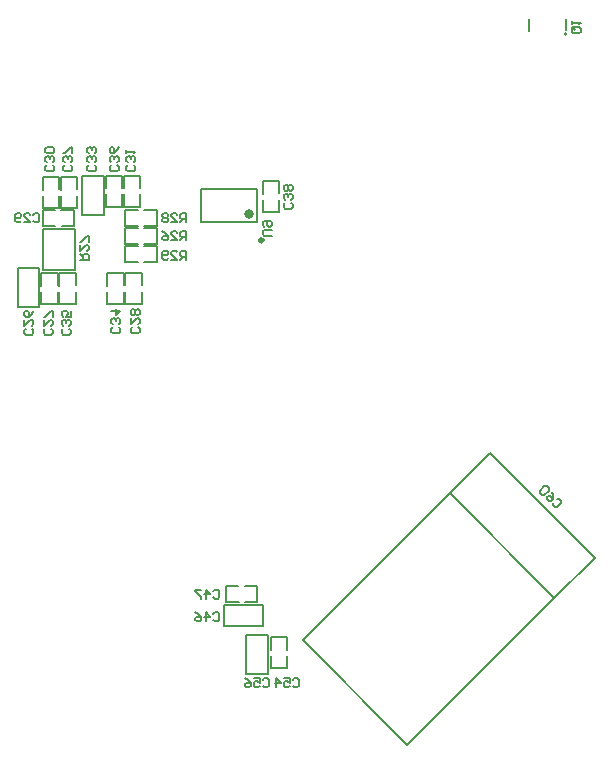
<source format=gbo>
G04*
G04 #@! TF.GenerationSoftware,Altium Limited,Altium Designer,21.1.1 (26)*
G04*
G04 Layer_Color=32896*
%FSLAX25Y25*%
%MOIN*%
G70*
G04*
G04 #@! TF.SameCoordinates,03695714-3163-4FEE-998C-4D1AEBC88490*
G04*
G04*
G04 #@! TF.FilePolarity,Positive*
G04*
G01*
G75*
%ADD10C,0.00787*%
%ADD12C,0.01575*%
%ADD13C,0.01181*%
%ADD15C,0.00591*%
%ADD17C,0.00600*%
%ADD18C,0.00800*%
%ADD19C,0.00500*%
D10*
X66359Y108793D02*
G03*
X66359Y108793I-394J0D01*
G01*
X66067Y113762D02*
X66067Y110293D01*
X53862Y109923D02*
X53863Y113762D01*
X-21577Y-93278D02*
X27419Y-44282D01*
X40782Y-30919D01*
X-21577Y-93278D02*
X13222Y-128077D01*
X40782Y-30919D02*
X75581Y-65718D01*
X62218Y-79081D02*
X75581Y-65718D01*
X13222Y-128077D02*
X62218Y-79081D01*
X27419Y-44282D02*
X62218Y-79081D01*
D12*
X-38822Y48812D02*
G03*
X-38822Y48812I-787J0D01*
G01*
D13*
X-34885Y40052D02*
G03*
X-34885Y40052I-591J0D01*
G01*
D15*
X-80807Y44720D02*
X-76617Y44720D01*
X-80807Y44720D02*
X-80807Y50120D01*
X-76707Y50120D01*
X-74596Y50120D02*
X-70407Y50120D01*
X-70407Y44720D02*
X-70407Y50120D01*
X-74507Y44720D02*
X-70407Y44720D01*
X-80807Y44120D02*
X-76707Y44120D01*
X-80807Y38720D02*
X-80807Y44120D01*
X-80807Y38720D02*
X-76617Y38720D01*
X-74507Y38720D02*
X-70407Y38720D01*
X-70407Y44120D02*
X-70407Y38720D01*
X-74596Y44120D02*
X-70407Y44120D01*
X-74507Y32720D02*
X-70407Y32720D01*
X-70407Y38120D01*
X-74596Y38120D02*
X-70407Y38120D01*
X-80807D02*
X-76707Y38120D01*
X-80807Y32720D02*
X-80807Y38120D01*
X-80807Y32720D02*
X-76617Y32720D01*
X-80807Y29168D02*
X-80807Y24978D01*
X-80807Y29168D02*
X-75407Y29168D01*
X-75407Y25068D02*
X-75407Y29168D01*
X-75407Y22957D02*
X-75407Y18767D01*
X-80807Y18768D02*
X-75407Y18767D01*
X-80807Y18768D02*
X-80807Y22867D01*
X-86807Y18720D02*
X-86807Y22820D01*
X-86807Y18720D02*
X-81407Y18720D01*
X-81407Y22910D02*
X-81407Y18720D01*
X-81407Y25020D02*
X-81407Y29120D01*
X-86807Y29120D02*
X-81407Y29120D01*
X-86807Y24930D02*
X-86807Y29120D01*
X-108807Y18720D02*
X-108807Y22820D01*
X-108807Y18720D02*
X-103407Y18720D01*
X-103407Y22910D02*
X-103407Y18720D01*
X-103407Y25020D02*
X-103407Y29120D01*
X-108807Y29120D02*
X-103407Y29120D01*
X-108807Y29120D02*
X-108807Y24930D01*
X-102807Y24930D02*
Y29120D01*
X-97407D01*
X-97407Y25020D01*
X-97407Y22910D02*
X-97407Y18720D01*
X-102807Y18720D02*
X-97407Y18720D01*
X-102807Y22820D02*
X-102807Y18720D01*
X-108400Y30200D02*
X-97500D01*
X-97500Y43800D01*
X-108400Y43800D02*
X-108400Y30200D01*
X-108400Y43800D02*
X-97500Y43800D01*
X-108307Y50120D02*
X-104207Y50120D01*
X-108307Y44720D02*
X-108307Y50120D01*
X-108307Y44720D02*
X-104117D01*
X-102007Y44720D02*
X-97907Y44720D01*
X-97907Y50120D02*
X-97907Y44720D01*
X-102096Y50120D02*
X-97907Y50120D01*
X-102907Y50720D02*
X-102907Y54910D01*
X-108307Y50720D02*
X-102907Y50720D01*
X-108307Y50720D02*
Y54820D01*
X-108307Y61120D02*
X-108307Y56931D01*
X-108307Y61120D02*
X-102907Y61120D01*
X-102907Y57020D01*
X-96907Y50720D02*
X-96907Y54910D01*
X-102307Y50720D02*
X-96907Y50720D01*
X-102307Y50720D02*
X-102307Y54820D01*
X-102307Y61120D02*
X-102307Y56931D01*
X-102307Y61120D02*
X-96907Y61120D01*
X-96907Y57020D02*
X-96907Y61120D01*
X-81907Y57520D02*
Y61620D01*
X-87307Y61620D02*
X-81907Y61620D01*
X-87307Y57430D02*
Y61620D01*
Y55320D02*
X-87307Y51220D01*
X-81907Y51220D01*
X-81907Y55410D02*
X-81907Y51220D01*
X-75907Y57520D02*
Y61620D01*
X-81307Y61620D02*
X-75907Y61620D01*
X-81307Y61620D02*
X-81307Y57431D01*
X-81307Y51220D02*
X-81307Y55320D01*
X-81307Y51220D02*
X-75907Y51220D01*
Y55410D01*
X-47200Y-80700D02*
Y-75300D01*
Y-80700D02*
X-43010Y-80700D01*
X-47200Y-75300D02*
X-43100Y-75300D01*
X-40900Y-80700D02*
X-36800D01*
X-36800Y-75300D01*
X-40990Y-75300D02*
X-36800Y-75300D01*
X-32200Y-92300D02*
X-32200Y-96490D01*
X-32200Y-92300D02*
X-26800D01*
X-26800Y-96400D02*
X-26800Y-92300D01*
X-26800Y-98510D02*
X-26800Y-102700D01*
X-32200Y-102700D02*
X-26800Y-102700D01*
X-32200Y-102700D02*
Y-98600D01*
X-29603Y55668D02*
Y59768D01*
X-35003Y59768D02*
X-29603Y59768D01*
X-35003Y59768D02*
X-35003Y55578D01*
X-35003Y49368D02*
X-35003Y53468D01*
X-35003Y49368D02*
X-29603Y49368D01*
X-29603Y53558D02*
X-29603Y49368D01*
D17*
X-116707Y30920D02*
X-109507Y30920D01*
X-116707Y17920D02*
X-116707Y30920D01*
X-116707Y17920D02*
X-109507D01*
X-109507Y30920D01*
X-95207Y61420D02*
X-88007Y61420D01*
X-95207Y48420D02*
Y61420D01*
Y48420D02*
X-88007Y48420D01*
X-88007Y61420D01*
X-48000Y-81400D02*
X-48000Y-88600D01*
X-35000Y-88600D01*
X-48000Y-81400D02*
X-35000Y-81400D01*
X-35000Y-88600D01*
X-33400Y-104500D02*
X-33400Y-91500D01*
X-40600Y-104500D02*
X-33400Y-104500D01*
X-40600Y-104500D02*
X-40600Y-91500D01*
X-33400Y-91500D01*
D18*
X-55751Y46056D02*
X-36854Y46056D01*
X-55751Y57080D02*
X-36854Y57080D01*
X-36854Y46056D01*
X-55751Y57080D02*
X-55751Y46056D01*
D19*
X-32000Y41501D02*
X-34500D01*
X-34999Y42001D01*
Y43000D01*
X-34500Y43500D01*
X-32000D01*
X-34500Y44500D02*
X-34999Y45000D01*
Y45999D01*
X-34500Y46499D01*
X-32500D01*
X-32000Y45999D01*
Y45000D01*
X-32500Y44500D01*
X-33000D01*
X-33500Y45000D01*
Y46499D01*
X-60501Y33500D02*
Y36500D01*
X-62001D01*
X-62501Y36000D01*
Y35000D01*
X-62001Y34500D01*
X-60501D01*
X-61501D02*
X-62501Y33500D01*
X-65500D02*
X-63500D01*
X-65500Y35500D01*
Y36000D01*
X-65000Y36500D01*
X-64000D01*
X-63500Y36000D01*
X-66499Y34000D02*
X-66999Y33500D01*
X-67999D01*
X-68499Y34000D01*
Y36000D01*
X-67999Y36500D01*
X-66999D01*
X-66499Y36000D01*
Y35500D01*
X-66999Y35000D01*
X-68499D01*
X-60501Y46000D02*
Y49000D01*
X-62001D01*
X-62501Y48500D01*
Y47500D01*
X-62001Y47000D01*
X-60501D01*
X-61501D02*
X-62501Y46000D01*
X-65500D02*
X-63500D01*
X-65500Y48000D01*
Y48500D01*
X-65000Y49000D01*
X-64000D01*
X-63500Y48500D01*
X-66499D02*
X-66999Y49000D01*
X-67999D01*
X-68499Y48500D01*
Y48000D01*
X-67999Y47500D01*
X-68499Y47000D01*
Y46500D01*
X-67999Y46000D01*
X-66999D01*
X-66499Y46500D01*
Y47000D01*
X-66999Y47500D01*
X-66499Y48000D01*
Y48500D01*
X-66999Y47500D02*
X-67999D01*
X-95999Y33501D02*
X-93001D01*
Y35001D01*
X-93500Y35501D01*
X-94500D01*
X-95000Y35001D01*
Y33501D01*
Y34501D02*
X-95999Y35501D01*
Y38500D02*
Y36500D01*
X-94000Y38500D01*
X-93500D01*
X-93001Y38000D01*
Y37000D01*
X-93500Y36500D01*
X-93001Y39499D02*
Y41499D01*
X-93500D01*
X-95500Y39499D01*
X-95999D01*
X-60501Y40001D02*
Y43000D01*
X-62001D01*
X-62501Y42500D01*
Y41500D01*
X-62001Y41000D01*
X-60501D01*
X-61501D02*
X-62501Y40001D01*
X-65500D02*
X-63500D01*
X-65500Y42000D01*
Y42500D01*
X-65000Y43000D01*
X-64000D01*
X-63500Y42500D01*
X-68499Y43000D02*
X-67499Y42500D01*
X-66499Y41500D01*
Y40500D01*
X-66999Y40001D01*
X-67999D01*
X-68499Y40500D01*
Y41000D01*
X-67999Y41500D01*
X-66499D01*
X68500Y111000D02*
X70500D01*
X70999Y110500D01*
Y109501D01*
X70500Y109001D01*
X68500D01*
X68001Y109501D01*
Y110500D01*
X69000Y110000D02*
X68001Y111000D01*
Y110500D02*
X68500Y111000D01*
X68001Y112000D02*
Y112999D01*
Y112499D01*
X70999D01*
X70500Y112000D01*
X63121Y-46207D02*
X63828Y-46207D01*
X64534Y-46914D01*
Y-47621D01*
X63121Y-49034D01*
X62414D01*
X61707Y-48327D01*
X61707Y-47621D01*
X61353Y-43733D02*
X61707Y-44793D01*
X61707Y-46207D01*
X61000Y-46914D01*
X60293D01*
X59586Y-46207D01*
X59586Y-45500D01*
X59940Y-45147D01*
X60647Y-45147D01*
X61707Y-46207D01*
X60293Y-43379D02*
Y-42673D01*
X59586Y-41966D01*
X58879D01*
X57466Y-43379D01*
X57466Y-44086D01*
X58173Y-44793D01*
X58879D01*
X60293Y-43379D01*
X-35001Y-106500D02*
X-34501Y-106000D01*
X-33501D01*
X-33001Y-106500D01*
Y-108500D01*
X-33501Y-109000D01*
X-34501D01*
X-35001Y-108500D01*
X-38000Y-106000D02*
X-36000D01*
Y-107500D01*
X-37000Y-107000D01*
X-37500D01*
X-38000Y-107500D01*
Y-108500D01*
X-37500Y-109000D01*
X-36500D01*
X-36000Y-108500D01*
X-40999Y-106000D02*
X-39999Y-106500D01*
X-38999Y-107500D01*
Y-108500D01*
X-39499Y-109000D01*
X-40499D01*
X-40999Y-108500D01*
Y-108000D01*
X-40499Y-107500D01*
X-38999D01*
X-25001Y-106500D02*
X-24501Y-106000D01*
X-23501D01*
X-23001Y-106500D01*
Y-108500D01*
X-23501Y-109000D01*
X-24501D01*
X-25001Y-108500D01*
X-28000Y-106000D02*
X-26000D01*
Y-107500D01*
X-27000Y-107000D01*
X-27500D01*
X-28000Y-107500D01*
Y-108500D01*
X-27500Y-109000D01*
X-26500D01*
X-26000Y-108500D01*
X-30499Y-109000D02*
Y-106000D01*
X-28999Y-107500D01*
X-30999D01*
X-51501Y-77000D02*
X-51001Y-76500D01*
X-50001D01*
X-49501Y-77000D01*
Y-79000D01*
X-50001Y-79500D01*
X-51001D01*
X-51501Y-79000D01*
X-54000Y-79500D02*
Y-76500D01*
X-52500Y-78000D01*
X-54500D01*
X-55499Y-76500D02*
X-57499D01*
Y-77000D01*
X-55499Y-79000D01*
Y-79500D01*
X-51501Y-84500D02*
X-51001Y-84000D01*
X-50001D01*
X-49501Y-84500D01*
Y-86500D01*
X-50001Y-86999D01*
X-51001D01*
X-51501Y-86500D01*
X-54000Y-86999D02*
Y-84000D01*
X-52500Y-85500D01*
X-54500D01*
X-57499Y-84000D02*
X-56499Y-84500D01*
X-55499Y-85500D01*
Y-86500D01*
X-55999Y-86999D01*
X-56999D01*
X-57499Y-86500D01*
Y-86000D01*
X-56999Y-85500D01*
X-55499D01*
X-25500Y52501D02*
X-25001Y52001D01*
Y51001D01*
X-25500Y50501D01*
X-27500D01*
X-27999Y51001D01*
Y52001D01*
X-27500Y52501D01*
X-25500Y53500D02*
X-25001Y54000D01*
Y55000D01*
X-25500Y55500D01*
X-26000D01*
X-26500Y55000D01*
Y54500D01*
Y55000D01*
X-27000Y55500D01*
X-27500D01*
X-27999Y55000D01*
Y54000D01*
X-27500Y53500D01*
X-25500Y56499D02*
X-25001Y56999D01*
Y57999D01*
X-25500Y58499D01*
X-26000D01*
X-26500Y57999D01*
X-27000Y58499D01*
X-27500D01*
X-27999Y57999D01*
Y56999D01*
X-27500Y56499D01*
X-27000D01*
X-26500Y56999D01*
X-26000Y56499D01*
X-25500D01*
X-26500Y56999D02*
Y57999D01*
X-99000Y65001D02*
X-98501Y64501D01*
Y63501D01*
X-99000Y63001D01*
X-101000D01*
X-101499Y63501D01*
Y64501D01*
X-101000Y65001D01*
X-99000Y66000D02*
X-98501Y66500D01*
Y67500D01*
X-99000Y68000D01*
X-99500D01*
X-100000Y67500D01*
Y67000D01*
Y67500D01*
X-100500Y68000D01*
X-101000D01*
X-101499Y67500D01*
Y66500D01*
X-101000Y66000D01*
X-98501Y68999D02*
Y70999D01*
X-99000D01*
X-101000Y68999D01*
X-101499D01*
X-83500Y65001D02*
X-83000Y64501D01*
Y63501D01*
X-83500Y63001D01*
X-85500D01*
X-86000Y63501D01*
Y64501D01*
X-85500Y65001D01*
X-83500Y66000D02*
X-83000Y66500D01*
Y67500D01*
X-83500Y68000D01*
X-84000D01*
X-84500Y67500D01*
Y67000D01*
Y67500D01*
X-85000Y68000D01*
X-85500D01*
X-86000Y67500D01*
Y66500D01*
X-85500Y66000D01*
X-83000Y70999D02*
X-83500Y69999D01*
X-84500Y68999D01*
X-85500D01*
X-86000Y69499D01*
Y70499D01*
X-85500Y70999D01*
X-85000D01*
X-84500Y70499D01*
Y68999D01*
X-99500Y10501D02*
X-99001Y10001D01*
Y9001D01*
X-99500Y8501D01*
X-101500D01*
X-101999Y9001D01*
Y10001D01*
X-101500Y10501D01*
X-99500Y11500D02*
X-99001Y12000D01*
Y13000D01*
X-99500Y13500D01*
X-100000D01*
X-100500Y13000D01*
Y12500D01*
Y13000D01*
X-101000Y13500D01*
X-101500D01*
X-101999Y13000D01*
Y12000D01*
X-101500Y11500D01*
X-99001Y16499D02*
Y14499D01*
X-100500D01*
X-100000Y15499D01*
Y15999D01*
X-100500Y16499D01*
X-101500D01*
X-101999Y15999D01*
Y14999D01*
X-101500Y14499D01*
X-83000Y11001D02*
X-82500Y10501D01*
Y9501D01*
X-83000Y9001D01*
X-85000D01*
X-85500Y9501D01*
Y10501D01*
X-85000Y11001D01*
X-83000Y12000D02*
X-82500Y12500D01*
Y13500D01*
X-83000Y14000D01*
X-83500D01*
X-84000Y13500D01*
Y13000D01*
Y13500D01*
X-84500Y14000D01*
X-85000D01*
X-85500Y13500D01*
Y12500D01*
X-85000Y12000D01*
X-85500Y16499D02*
X-82500D01*
X-84000Y14999D01*
Y16999D01*
X-91000Y65001D02*
X-90500Y64501D01*
Y63501D01*
X-91000Y63001D01*
X-93000D01*
X-93499Y63501D01*
Y64501D01*
X-93000Y65001D01*
X-91000Y66000D02*
X-90500Y66500D01*
Y67500D01*
X-91000Y68000D01*
X-91500D01*
X-92000Y67500D01*
Y67000D01*
Y67500D01*
X-92500Y68000D01*
X-93000D01*
X-93499Y67500D01*
Y66500D01*
X-93000Y66000D01*
X-91000Y68999D02*
X-90500Y69499D01*
Y70499D01*
X-91000Y70999D01*
X-91500D01*
X-92000Y70499D01*
Y69999D01*
Y70499D01*
X-92500Y70999D01*
X-93000D01*
X-93499Y70499D01*
Y69499D01*
X-93000Y68999D01*
X-78000Y65000D02*
X-77500Y64501D01*
Y63501D01*
X-78000Y63001D01*
X-80000D01*
X-80500Y63501D01*
Y64501D01*
X-80000Y65000D01*
X-78000Y66000D02*
X-77500Y66500D01*
Y67500D01*
X-78000Y68000D01*
X-78500D01*
X-79000Y67500D01*
Y67000D01*
Y67500D01*
X-79500Y68000D01*
X-80000D01*
X-80500Y67500D01*
Y66500D01*
X-80000Y66000D01*
X-80500Y68999D02*
Y69999D01*
Y69499D01*
X-77500D01*
X-78000Y68999D01*
X-105000Y65001D02*
X-104500Y64501D01*
Y63501D01*
X-105000Y63001D01*
X-107000D01*
X-107500Y63501D01*
Y64501D01*
X-107000Y65001D01*
X-105000Y66000D02*
X-104500Y66500D01*
Y67500D01*
X-105000Y68000D01*
X-105500D01*
X-106000Y67500D01*
Y67000D01*
Y67500D01*
X-106500Y68000D01*
X-107000D01*
X-107500Y67500D01*
Y66500D01*
X-107000Y66000D01*
X-105000Y68999D02*
X-104500Y69499D01*
Y70499D01*
X-105000Y70999D01*
X-107000D01*
X-107500Y70499D01*
Y69499D01*
X-107000Y68999D01*
X-105000D01*
X-111501Y48500D02*
X-111001Y49000D01*
X-110001D01*
X-109501Y48500D01*
Y46500D01*
X-110001Y46000D01*
X-111001D01*
X-111501Y46500D01*
X-114500Y46000D02*
X-112500D01*
X-114500Y48000D01*
Y48500D01*
X-114000Y49000D01*
X-113000D01*
X-112500Y48500D01*
X-115499Y46500D02*
X-115999Y46000D01*
X-116999D01*
X-117499Y46500D01*
Y48500D01*
X-116999Y49000D01*
X-115999D01*
X-115499Y48500D01*
Y48000D01*
X-115999Y47500D01*
X-117499D01*
X-76500Y11001D02*
X-76000Y10501D01*
Y9501D01*
X-76500Y9001D01*
X-78500D01*
X-79000Y9501D01*
Y10501D01*
X-78500Y11001D01*
X-79000Y14000D02*
Y12000D01*
X-77000Y14000D01*
X-76500D01*
X-76000Y13500D01*
Y12500D01*
X-76500Y12000D01*
Y14999D02*
X-76000Y15499D01*
Y16499D01*
X-76500Y16999D01*
X-77000D01*
X-77500Y16499D01*
X-78000Y16999D01*
X-78500D01*
X-79000Y16499D01*
Y15499D01*
X-78500Y14999D01*
X-78000D01*
X-77500Y15499D01*
X-77000Y14999D01*
X-76500D01*
X-77500Y15499D02*
Y16499D01*
X-105500Y10501D02*
X-105000Y10001D01*
Y9001D01*
X-105500Y8501D01*
X-107500D01*
X-108000Y9001D01*
Y10001D01*
X-107500Y10501D01*
X-108000Y13500D02*
Y11500D01*
X-106000Y13500D01*
X-105500D01*
X-105000Y13000D01*
Y12000D01*
X-105500Y11500D01*
X-105000Y14499D02*
Y16499D01*
X-105500D01*
X-107500Y14499D01*
X-108000D01*
X-112000Y10501D02*
X-111501Y10001D01*
Y9001D01*
X-112000Y8501D01*
X-114000D01*
X-114499Y9001D01*
Y10001D01*
X-114000Y10501D01*
X-114499Y13500D02*
Y11500D01*
X-112500Y13500D01*
X-112000D01*
X-111501Y13000D01*
Y12000D01*
X-112000Y11500D01*
X-111501Y16499D02*
X-112000Y15499D01*
X-113000Y14499D01*
X-114000D01*
X-114499Y14999D01*
Y15999D01*
X-114000Y16499D01*
X-113500D01*
X-113000Y15999D01*
Y14499D01*
M02*

</source>
